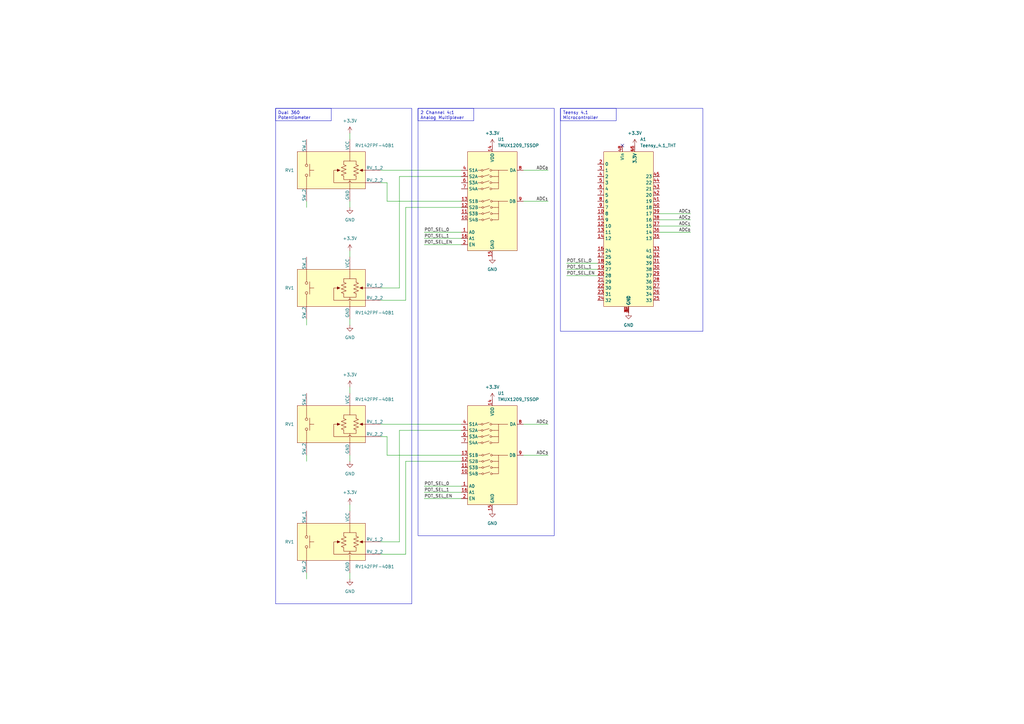
<source format=kicad_sch>
(kicad_sch (version 20230121) (generator eeschema)
  (paper "A3")
  (lib_symbols
    (symbol "MPP_Analog_Switch:TMUX1209_TSSOP"
      (property "Reference" "U" (at 2.286 24.384 0))
      (property "Value" "TMUX1209_TSSOP" (at 10.16 22.098 0))
      (symbol "TMUX1209_TSSOP_0_1"
        (circle (center -4.191 5.08) (radius 0.3592))
        (circle (center -4.191 7.62) (radius 0.3592))
        (circle (center -4.191 10.16) (radius 0.3592))
        (circle (center -4.191 12.7) (radius 0.3592))
        (circle (center -3.937 -7.62) (radius 0.3592))
        (circle (center -3.937 -5.08) (radius 0.3592))
        (circle (center -3.937 -2.54) (radius 0.3592))
        (circle (center -3.937 0) (radius 0.3592))
        (circle (center -0.635 5.08) (radius 0.3592))
        (circle (center -0.635 7.62) (radius 0.3592))
        (circle (center -0.635 10.16) (radius 0.3592))
        (circle (center -0.635 12.7) (radius 0.3592))
        (circle (center -0.381 -7.62) (radius 0.3592))
        (circle (center -0.381 -5.08) (radius 0.3592))
        (circle (center -0.381 -2.54) (radius 0.3592))
        (circle (center -0.381 0) (radius 0.3592))
        (polyline (pts (xy -5.842 5.08) (xy -4.572 5.08)))
        (polyline (pts (xy -5.842 7.62) (xy -4.572 7.62)))
        (polyline (pts (xy -5.842 10.16) (xy -4.572 10.16)))
        (polyline (pts (xy -5.842 12.7) (xy -4.572 12.7)))
        (polyline (pts (xy -5.588 -7.62) (xy -4.318 -7.62)))
        (polyline (pts (xy -5.588 -5.08) (xy -4.318 -5.08)))
        (polyline (pts (xy -5.588 -2.54) (xy -4.318 -2.54)))
        (polyline (pts (xy -5.588 0) (xy -4.318 0)))
        (polyline (pts (xy -3.81 5.08) (xy -1.27 5.842)))
        (polyline (pts (xy -3.81 7.62) (xy -1.27 8.382)))
        (polyline (pts (xy -3.81 10.16) (xy -1.27 10.922)))
        (polyline (pts (xy -3.81 12.7) (xy -1.27 13.462)))
        (polyline (pts (xy -3.556 -7.62) (xy -1.016 -6.858)))
        (polyline (pts (xy -3.556 -5.08) (xy -1.016 -4.318)))
        (polyline (pts (xy -3.556 -2.54) (xy -1.016 -1.778)))
        (polyline (pts (xy -3.556 0) (xy -1.016 0.762)))
        (polyline (pts (xy 1.016 5.08) (xy -0.254 5.08)))
        (polyline (pts (xy 1.016 7.62) (xy -0.254 7.62)))
        (polyline (pts (xy 1.016 7.62) (xy 2.54 7.62)))
        (polyline (pts (xy 1.016 10.16) (xy -0.254 10.16)))
        (polyline (pts (xy 1.016 10.16) (xy 2.54 10.16)))
        (polyline (pts (xy 1.016 12.7) (xy -0.254 12.7)))
        (polyline (pts (xy 1.27 -7.62) (xy 0 -7.62)))
        (polyline (pts (xy 1.27 -5.08) (xy 0 -5.08)))
        (polyline (pts (xy 1.27 -5.08) (xy 2.54 -5.08)))
        (polyline (pts (xy 1.27 -2.54) (xy 0 -2.54)))
        (polyline (pts (xy 1.27 -2.54) (xy 2.54 -2.54)))
        (polyline (pts (xy 1.27 0) (xy 0 0)))
        (polyline (pts (xy 6.35 0) (xy 2.413 0)))
        (polyline (pts (xy 6.35 12.7) (xy 2.413 12.7)))
        (polyline (pts (xy 1.016 12.7) (xy 2.54 12.7) (xy 2.54 5.08) (xy 1.016 5.08)))
        (polyline (pts (xy 1.27 0) (xy 2.54 0) (xy 2.54 -7.62) (xy 1.27 -7.62)))
      )
      (symbol "TMUX1209_TSSOP_1_1"
        (rectangle (start -10.16 20.32) (end 10.16 -20.32) (fill (type background)))
        (pin input line (at -12.7 -12.7 0) (length 2.54) (name "A0") (number "1"))
        (pin bidirectional line (at -12.7 -7.62 0) (length 2.54) (name "S4B") (number "10"))
        (pin bidirectional line (at -12.7 -5.08 0) (length 2.54) (name "S3B") (number "11"))
        (pin bidirectional line (at -12.7 -2.54 0) (length 2.54) (name "S2B") (number "12"))
        (pin bidirectional line (at -12.7 0 0) (length 2.54) (name "S1B") (number "13"))
        (pin power_in line (at 0 22.86 270) (length 2.54) (name "VDD") (number "14"))
        (pin power_in line (at 0 -22.86 90) (length 2.54) (name "GND") (number "15"))
        (pin input line (at -12.7 -15.24 0) (length 2.54) (name "A1") (number "16"))
        (pin input line (at -12.7 -17.78 0) (length 2.54) (name "EN") (number "2"))
        (pin bidirectional line (at -12.7 12.7 0) (length 2.54) (name "S1A") (number "4"))
        (pin bidirectional line (at -12.7 10.16 0) (length 2.54) (name "S2A") (number "5"))
        (pin bidirectional line (at -12.7 7.62 0) (length 2.54) (name "S3A") (number "6"))
        (pin bidirectional line (at -12.7 5.08 0) (length 2.54) (name "S4A") (number "7"))
        (pin bidirectional line (at 12.7 12.7 180) (length 2.54) (name "DA") (number "8"))
        (pin bidirectional line (at 12.7 0 180) (length 2.54) (name "DB") (number "9"))
      )
    )
    (symbol "MPP_Device:RV142FPF-40B1" (pin_numbers hide) (pin_names (offset 0))
      (property "Reference" "RV" (at -5.08 8.89 0))
      (property "Value" "RV142FPF-40B1" (at -15.875 0 90))
      (symbol "RV142FPF-40B1_0_1"
        (circle (center -10.16 -2.032) (radius 0.508))
        (circle (center -10.16 2.032) (radius 0.508))
        (polyline (pts (xy -10.16 -2.54) (xy -10.16 -7.62)))
        (polyline (pts (xy -10.16 2.54) (xy -10.16 7.62)))
        (polyline (pts (xy -8.89 -2.54) (xy -8.89 2.54)))
        (polyline (pts (xy -8.89 0) (xy -7.112 0)))
        (polyline (pts (xy 5.08 -2.286) (xy 5.08 -2.54)))
        (polyline (pts (xy 5.08 2.286) (xy 5.08 2.54)))
        (polyline (pts (xy 7.62 -3.81) (xy 7.62 -7.62)))
        (polyline (pts (xy 7.62 3.81) (xy 7.62 7.62)))
        (polyline (pts (xy 10.16 -2.286) (xy 10.16 -2.54)))
        (polyline (pts (xy 10.16 2.286) (xy 10.16 2.54)))
        (polyline (pts (xy 12.7 0) (xy 15.24 0)))
        (polyline (pts (xy 15.24 -5.08) (xy 8.128 -5.08)))
        (polyline (pts (xy 2.54 0) (xy 1.016 0) (xy 1.016 -5.08) (xy 7.112 -5.08)))
        (polyline (pts (xy 3.556 0) (xy 2.413 -0.508) (xy 2.413 0.508) (xy 3.556 0)) (fill (type outline)))
        (polyline (pts (xy 5.08 -2.54) (xy 5.08 -3.81) (xy 10.16 -3.81) (xy 10.16 -2.54)))
        (polyline (pts (xy 5.08 2.54) (xy 5.08 3.81) (xy 10.16 3.81) (xy 10.16 2.54)))
        (polyline (pts (xy 11.684 0) (xy 12.827 0.508) (xy 12.827 -0.508) (xy 11.684 0)) (fill (type outline)))
        (polyline (pts (xy 5.08 -0.762) (xy 6.096 -1.143) (xy 5.08 -1.524) (xy 4.064 -1.905) (xy 5.08 -2.286)))
        (polyline (pts (xy 5.08 0.762) (xy 6.096 0.381) (xy 5.08 0) (xy 4.064 -0.381) (xy 5.08 -0.762)))
        (polyline (pts (xy 5.08 2.286) (xy 6.096 1.905) (xy 5.08 1.524) (xy 4.064 1.143) (xy 5.08 0.762)))
        (polyline (pts (xy 10.16 -0.762) (xy 11.176 -1.143) (xy 10.16 -1.524) (xy 9.144 -1.905) (xy 10.16 -2.286)))
        (polyline (pts (xy 10.16 0.762) (xy 11.176 0.381) (xy 10.16 0) (xy 9.144 -0.381) (xy 10.16 -0.762)))
        (polyline (pts (xy 10.16 2.286) (xy 11.176 1.905) (xy 10.16 1.524) (xy 9.144 1.143) (xy 10.16 0.762)))
        (arc (start 7.62 -4.572) (mid 7.2608 -4.7208) (end 7.112 -5.08))
        (arc (start 8.128 -5.08) (mid 7.9792 -4.7208) (end 7.62 -4.572))
      )
      (symbol "RV142FPF-40B1_1_1"
        (rectangle (start -13.97 7.62) (end 13.97 -7.62) (fill (type background)))
        (pin passive line (at 7.62 -12.7 90) (length 5.08) (name "GND") (number "1"))
        (pin passive line (at 20.32 0 180) (length 5.08) (name "RV_1_2") (number "2"))
        (pin passive line (at 7.62 12.7 270) (length 5.08) (name "VCC") (number "3"))
        (pin passive line (at 20.32 -5.08 180) (length 5.08) (name "RV_2_2") (number "4"))
        (pin passive line (at -10.16 12.7 270) (length 5.08) (name "SW_1") (number "5"))
        (pin passive line (at -10.16 -12.7 90) (length 5.08) (name "SW_2") (number "6"))
      )
    )
    (symbol "MPP_MCU_Module:Teensy_4.1_THT"
      (property "Reference" "A" (at 5.715 32.385 0))
      (property "Value" "Teensy_4.1_THT" (at 12.065 29.845 0))
      (symbol "Teensy_4.1_THT_1_1"
        (rectangle (start -10.16 27.94) (end 10.16 -35.56) (fill (type background)))
        (pin power_out line (at 0 -38.1 90) (length 2.54) (name "GND") (number "1"))
        (pin bidirectional line (at -12.7 2.54 0) (length 2.54) (name "8") (number "10"))
        (pin bidirectional line (at -12.7 0 0) (length 2.54) (name "9") (number "11"))
        (pin bidirectional line (at -12.7 -2.54 0) (length 2.54) (name "10") (number "12"))
        (pin bidirectional line (at -12.7 -5.08 0) (length 2.54) (name "11") (number "13"))
        (pin bidirectional line (at -12.7 -7.62 0) (length 2.54) (name "12") (number "14"))
        (pin power_out line (at 2.54 30.48 270) (length 2.54) (name "3.3V") (number "15"))
        (pin bidirectional line (at -12.7 -12.7 0) (length 2.54) (name "24") (number "16"))
        (pin bidirectional line (at -12.7 -15.24 0) (length 2.54) (name "25") (number "17"))
        (pin bidirectional line (at -12.7 -17.78 0) (length 2.54) (name "26") (number "18"))
        (pin bidirectional line (at -12.7 -20.32 0) (length 2.54) (name "27") (number "19"))
        (pin bidirectional line (at -12.7 22.86 0) (length 2.54) (name "0") (number "2"))
        (pin bidirectional line (at -12.7 -22.86 0) (length 2.54) (name "28") (number "20"))
        (pin bidirectional line (at -12.7 -25.4 0) (length 2.54) (name "29") (number "21"))
        (pin bidirectional line (at -12.7 -27.94 0) (length 2.54) (name "30") (number "22"))
        (pin bidirectional line (at -12.7 -30.48 0) (length 2.54) (name "31") (number "23"))
        (pin bidirectional line (at -12.7 -33.02 0) (length 2.54) (name "32") (number "24"))
        (pin bidirectional line (at 12.7 -33.02 180) (length 2.54) (name "33") (number "25"))
        (pin bidirectional line (at 12.7 -30.48 180) (length 2.54) (name "34") (number "26"))
        (pin bidirectional line (at 12.7 -27.94 180) (length 2.54) (name "35") (number "27"))
        (pin bidirectional line (at 12.7 -25.4 180) (length 2.54) (name "36") (number "28"))
        (pin bidirectional line (at 12.7 -22.86 180) (length 2.54) (name "37") (number "29"))
        (pin bidirectional line (at -12.7 20.32 0) (length 2.54) (name "1") (number "3"))
        (pin bidirectional line (at 12.7 -20.32 180) (length 2.54) (name "38") (number "30"))
        (pin bidirectional line (at 12.7 -17.78 180) (length 2.54) (name "39") (number "31"))
        (pin bidirectional line (at 12.7 -15.24 180) (length 2.54) (name "40") (number "32"))
        (pin bidirectional line (at 12.7 -12.7 180) (length 2.54) (name "41") (number "33"))
        (pin power_out line (at 0 -38.1 90) (length 2.54) (name "GND") (number "34"))
        (pin bidirectional line (at 12.7 -7.62 180) (length 2.54) (name "13") (number "35"))
        (pin bidirectional line (at 12.7 -5.08 180) (length 2.54) (name "14") (number "36"))
        (pin bidirectional line (at 12.7 -2.54 180) (length 2.54) (name "15") (number "37"))
        (pin bidirectional line (at 12.7 0 180) (length 2.54) (name "16") (number "38"))
        (pin bidirectional line (at 12.7 2.54 180) (length 2.54) (name "17") (number "39"))
        (pin bidirectional line (at -12.7 17.78 0) (length 2.54) (name "2") (number "4"))
        (pin bidirectional line (at 12.7 5.08 180) (length 2.54) (name "18") (number "40"))
        (pin bidirectional line (at 12.7 7.62 180) (length 2.54) (name "19") (number "41"))
        (pin bidirectional line (at 12.7 10.16 180) (length 2.54) (name "20") (number "42"))
        (pin bidirectional line (at 12.7 12.7 180) (length 2.54) (name "21") (number "43"))
        (pin bidirectional line (at 12.7 15.24 180) (length 2.54) (name "22") (number "44"))
        (pin bidirectional line (at 12.7 17.78 180) (length 2.54) (name "23") (number "45"))
        (pin power_out line (at 2.54 30.48 270) (length 2.54) (name "3.3V") (number "46"))
        (pin power_out line (at 0 -38.1 90) (length 2.54) (name "GND") (number "47"))
        (pin power_out line (at -2.54 30.48 270) (length 2.54) (name "Vin") (number "48"))
        (pin bidirectional line (at -12.7 15.24 0) (length 2.54) (name "3") (number "5"))
        (pin bidirectional line (at -12.7 12.7 0) (length 2.54) (name "4") (number "6"))
        (pin bidirectional line (at -12.7 10.16 0) (length 2.54) (name "5") (number "7"))
        (pin bidirectional line (at -12.7 7.62 0) (length 2.54) (name "6") (number "8"))
        (pin bidirectional line (at -12.7 5.08 0) (length 2.54) (name "7") (number "9"))
      )
    )
    (symbol "power:+3.3V" (power) (pin_names (offset 0))
      (property "Value" "+3.3V" (at 0 3.556 0))
      (symbol "+3.3V_0_1"
        (polyline (pts (xy -0.762 1.27) (xy 0 2.54)))
        (polyline (pts (xy 0 0) (xy 0 2.54)))
        (polyline (pts (xy 0 2.54) (xy 0.762 1.27)))
      )
      (symbol "+3.3V_1_1"
        (pin power_in line (at 0 0 90) (length 0) hide (name "+3.3V") (number "1"))
      )
    )
    (symbol "power:GND" (power) (pin_names (offset 0))
      (property "Value" "GND" (at 0 -3.81 0))
      (symbol "GND_0_1"
        (polyline (pts (xy 0 0) (xy 0 -1.27) (xy 1.27 -1.27) (xy 0 -2.54) (xy -1.27 -1.27) (xy 0 -1.27)))
      )
      (symbol "GND_1_1"
        (pin power_in line (at 0 0 270) (length 0) hide (name "GND") (number "1"))
      )
    )
  )
  (no_connect (at 255.27 59.69))
  (wire (pts (xy 156.21 227.33) (xy 166.37 227.33)))
  (wire (pts (xy 166.37 189.23) (xy 189.23 189.23)))
  (wire (pts (xy 166.37 227.33) (xy 166.37 189.23)))
  (wire (pts (xy 125.73 130.81) (xy 125.73 133.35)))
  (wire (pts (xy 156.21 123.19) (xy 166.37 123.19)))
  (wire (pts (xy 158.75 186.69) (xy 158.75 179.07)))
  (wire (pts (xy 143.51 207.01) (xy 143.51 209.55)))
  (wire (pts (xy 166.37 85.09) (xy 189.23 85.09)))
  (wire (pts (xy 158.75 186.69) (xy 189.23 186.69)))
  (wire (pts (xy 173.99 201.93) (xy 189.23 201.93)))
  (wire (pts (xy 232.41 110.49) (xy 245.11 110.49)))
  (wire (pts (xy 214.63 69.85) (xy 224.79 69.85)))
  (wire (pts (xy 173.99 204.47) (xy 189.23 204.47)))
  (wire (pts (xy 143.51 186.69) (xy 143.51 189.23)))
  (wire (pts (xy 232.41 107.95) (xy 245.11 107.95)))
  (wire (pts (xy 163.83 72.39) (xy 189.23 72.39)))
  (wire (pts (xy 214.63 173.99) (xy 224.79 173.99)))
  (wire (pts (xy 125.73 234.95) (xy 125.73 237.49)))
  (wire (pts (xy 163.83 118.11) (xy 163.83 72.39)))
  (wire (pts (xy 173.99 97.79) (xy 189.23 97.79)))
  (wire (pts (xy 173.99 95.25) (xy 189.23 95.25)))
  (wire (pts (xy 270.51 90.17) (xy 283.21 90.17)))
  (wire (pts (xy 158.75 82.55) (xy 158.75 74.93)))
  (wire (pts (xy 143.51 82.55) (xy 143.51 85.09)))
  (wire (pts (xy 158.75 74.93) (xy 156.21 74.93)))
  (wire (pts (xy 156.21 69.85) (xy 189.23 69.85)))
  (wire (pts (xy 158.75 82.55) (xy 189.23 82.55)))
  (wire (pts (xy 173.99 199.39) (xy 189.23 199.39)))
  (wire (pts (xy 156.21 173.99) (xy 189.23 173.99)))
  (wire (pts (xy 163.83 222.25) (xy 163.83 176.53)))
  (wire (pts (xy 158.75 179.07) (xy 156.21 179.07)))
  (wire (pts (xy 270.51 95.25) (xy 283.21 95.25)))
  (wire (pts (xy 156.21 222.25) (xy 163.83 222.25)))
  (wire (pts (xy 143.51 158.75) (xy 143.51 161.29)))
  (wire (pts (xy 125.73 82.55) (xy 125.73 85.09)))
  (wire (pts (xy 143.51 234.95) (xy 143.51 237.49)))
  (wire (pts (xy 143.51 54.61) (xy 143.51 57.15)))
  (wire (pts (xy 166.37 123.19) (xy 166.37 85.09)))
  (wire (pts (xy 214.63 82.55) (xy 224.79 82.55)))
  (wire (pts (xy 232.41 113.03) (xy 245.11 113.03)))
  (wire (pts (xy 125.73 186.69) (xy 125.73 189.23)))
  (wire (pts (xy 143.51 130.81) (xy 143.51 133.35)))
  (wire (pts (xy 270.51 92.71) (xy 283.21 92.71)))
  (wire (pts (xy 214.63 186.69) (xy 224.79 186.69)))
  (wire (pts (xy 143.51 102.87) (xy 143.51 105.41)))
  (wire (pts (xy 173.99 100.33) (xy 189.23 100.33)))
  (wire (pts (xy 270.51 87.63) (xy 283.21 87.63)))
  (wire (pts (xy 156.21 118.11) (xy 163.83 118.11)))
  (wire (pts (xy 163.83 176.53) (xy 189.23 176.53)))
  (rectangle (start 229.87 44.45) (end 288.29 135.89))
  (rectangle (start 171.45 44.45) (end 227.33 219.71))
  (rectangle (start 113.03 44.45) (end 168.91 247.65))
  (text_box "Dual 360 Potentiometer" (at 113.03 44.45 0) (size 22.86 5.08) (effects (font (size 1.27 1.27)) (justify left top)))
  (text_box "Teensy 4.1 Microcontroller\n" (at 229.87 44.45 0) (size 22.86 5.08) (effects (font (size 1.27 1.27)) (justify left top)))
  (text_box "2 Channel 4:1 Analog Multiplexer\n" (at 171.45 44.45 0) (size 22.86 5.08) (effects (font (size 1.27 1.27)) (justify left top)))
  (label "POT_SEL_1" (at 173.99 201.93 0))
  (label "ADC_{3}" (at 283.21 87.63 180))
  (label "POT_SEL_0" (at 173.99 199.39 0))
  (label "POT_SEL_EN" (at 173.99 100.33 0))
  (label "POT_SEL_EN" (at 232.41 113.03 0))
  (label "POT_SEL_0" (at 232.41 107.95 0))
  (label "ADC_{0}" (at 283.21 95.25 180))
  (label "ADC_{1}" (at 283.21 92.71 180))
  (label "ADC_{2}" (at 224.79 173.99 180))
  (label "ADC_{1}" (at 224.79 82.55 180))
  (label "POT_SEL_0" (at 173.99 95.25 0))
  (label "ADC_{0}" (at 224.79 69.85 180))
  (label "ADC_{2}" (at 283.21 90.17 180))
  (label "POT_SEL_1" (at 173.99 97.79 0))
  (label "ADC_{3}" (at 224.79 186.69 180))
  (label "POT_SEL_1" (at 232.41 110.49 0))
  (label "POT_SEL_EN" (at 173.99 204.47 0))
  (symbol (lib_id "power:GND") (at 257.81 128.27 0) (unit 1)
    (property "Reference" "#PWR012" (effects hide))
    (property "Value" "GND" (at 257.81 133.35 0))
    (instances (project "midi-controller_control-board_teensy" (path "" (reference "#PWR012") (unit 1))) (project "midi-controller_pot-subcircuit_diagram" (path "" (reference "#PWR061") (unit 1)) (path "" (reference "#PWR05") (unit 1)) (path "" (reference "#PWR011") (unit 1)) (path "" (reference "#PWR021") (unit 1))))
  )
  (symbol (lib_id "power:+3.3V") (at 143.51 102.87 0) (unit 1)
    (property "Reference" "#PWR02" (effects hide))
    (property "Value" "+3.3V" (at 143.51 97.79 0))
    (instances (project "midi-controller_pot-board_teensy" (path "" (reference "#PWR02") (unit 1))) (project "midi-controller_pot-subcircuit_diagram" (path "" (reference "#PWR01") (unit 1)) (path "" (reference "#PWR01") (unit 1)) (path "" (reference "#PWR013") (unit 1)) (path "" (reference "#PWR017") (unit 1))))
  )
  (symbol (lib_id "power:+3.3V") (at 143.51 54.61 0) (unit 1)
    (property "Reference" "#PWR02" (effects hide))
    (property "Value" "+3.3V" (at 143.51 49.53 0))
    (instances (project "midi-controller_pot-board_teensy" (path "" (reference "#PWR02") (unit 1))) (project "midi-controller_pot-subcircuit_diagram" (path "" (reference "#PWR01") (unit 1)) (path "" (reference "#PWR01") (unit 1)) (path "" (reference "#PWR07") (unit 1)) (path "" (reference "#PWR015") (unit 1))))
  )
  (symbol (lib_id "power:+3.3V") (at 143.51 207.01 0) (unit 1)
    (property "Reference" "#PWR02" (effects hide))
    (property "Value" "+3.3V" (at 143.51 201.93 0))
    (instances (project "midi-controller_pot-board_teensy" (path "" (reference "#PWR02") (unit 1))) (project "midi-controller_pot-subcircuit_diagram" (path "" (reference "#PWR01") (unit 1)) (path "" (reference "#PWR01") (unit 1)) (path "" (reference "#PWR013") (unit 1)) (path "" (reference "#PWR025") (unit 1))))
  )
  (symbol (lib_id "power:GND") (at 143.51 189.23 0) (unit 1)
    (property "Reference" "#PWR05" (effects hide))
    (property "Value" "GND" (at 143.51 194.31 0))
    (instances (project "midi-controller_pot-board_teensy" (path "" (reference "#PWR05") (unit 1))) (project "midi-controller_pot-subcircuit_diagram" (path "" (reference "#PWR02") (unit 1)) (path "" (reference "#PWR02") (unit 1)) (path "" (reference "#PWR08") (unit 1)) (path "" (reference "#PWR024") (unit 1))))
  )
  (symbol (lib_id "power:GND") (at 143.51 85.09 0) (unit 1)
    (property "Reference" "#PWR05" (effects hide))
    (property "Value" "GND" (at 143.51 90.17 0))
    (instances (project "midi-controller_pot-board_teensy" (path "" (reference "#PWR05") (unit 1))) (project "midi-controller_pot-subcircuit_diagram" (path "" (reference "#PWR02") (unit 1)) (path "" (reference "#PWR02") (unit 1)) (path "" (reference "#PWR08") (unit 1)) (path "" (reference "#PWR016") (unit 1))))
  )
  (symbol (lib_id "MPP_Device:RV142FPF-40B1") (at 135.89 69.85 0) (unit 1)
    (property "Reference" "RV1" (at 120.65 69.85 0) (effects (justify right)))
    (property "Value" "RV142FPF-40B1" (at 153.67 59.69 0))
    (property "Footprint" "MPP_Potentiometer_THT:RV142FPF-40B1" (effects hide))
    (property "Datasheet" "http://www.taiwanalpha.com/downloads?target=products&id=93" (effects hide))
    (instances (project "midi-controller-pcb" (path "" (reference "RV1") (unit 1))) (project "midi-controller_pot-board_teensy" (path "" (reference "RV1") (unit 1))) (project "midi-controller_pot-subcircuit_diagram" (path "" (reference "RV1") (unit 1)) (path "" (reference "RV1") (unit 1)) (path "" (reference "RV2") (unit 1)) (path "" (reference "RV4") (unit 1))))
  )
  (symbol (lib_id "power:GND") (at 143.51 133.35 0) (unit 1)
    (property "Reference" "#PWR05" (effects hide))
    (property "Value" "GND" (at 143.51 138.43 0))
    (instances (project "midi-controller_pot-board_teensy" (path "" (reference "#PWR05") (unit 1))) (project "midi-controller_pot-subcircuit_diagram" (path "" (reference "#PWR02") (unit 1)) (path "" (reference "#PWR02") (unit 1)) (path "" (reference "#PWR014") (unit 1)) (path "" (reference "#PWR018") (unit 1))))
  )
  (symbol (lib_id "power:+3.3V") (at 143.51 158.75 0) (unit 1)
    (property "Reference" "#PWR02" (effects hide))
    (property "Value" "+3.3V" (at 143.51 153.67 0))
    (instances (project "midi-controller_pot-board_teensy" (path "" (reference "#PWR02") (unit 1))) (project "midi-controller_pot-subcircuit_diagram" (path "" (reference "#PWR01") (unit 1)) (path "" (reference "#PWR01") (unit 1)) (path "" (reference "#PWR07") (unit 1)) (path "" (reference "#PWR023") (unit 1))))
  )
  (symbol (lib_id "MPP_MCU_Module:Teensy_4.1_THT") (at 257.81 90.17 0) (unit 1)
    (property "Reference" "A1" (at 262.5441 57.15 0) (effects (justify left)))
    (property "Value" "Teensy_4.1_THT" (at 262.5441 59.69 0) (effects (justify left)))
    (property "Footprint" "MPP_Module:Teensy_4.1_THT" (effects hide))
    (property "Datasheet" "https://www.pjrc.com/teensy/pinout.html" (effects hide))
    (instances (project "midi-controller_control-board_teensy" (path "" (reference "A1") (unit 1))) (project "midi-controller_pot-subcircuit_diagram" (path "" (reference "A1") (unit 1)) (path "" (reference "A1") (unit 1)) (path "" (reference "A2") (unit 1)) (path "" (reference "A3") (unit 1))))
  )
  (symbol (lib_id "MPP_Analog_Switch:TMUX1209_TSSOP") (at 201.93 186.69 0) (unit 1)
    (property "Reference" "U1" (at 204.1241 161.29 0) (effects (justify left)))
    (property "Value" "TMUX1209_TSSOP" (at 204.1241 163.83 0) (effects (justify left)))
    (property "Footprint" "Package_SO:TSSOP-16_4.4x5mm_P0.65mm" (effects hide))
    (property "Datasheet" "https://www.ti.com/lit/ds/symlink/tmux1209.pdf?ts=1711160247100&ref_url=https%253A%252F%252Fwww.ti.com%252Fproduct%252FTMUX1209" (effects hide))
    (instances (project "midi-controller_pot-board_teensy" (path "" (reference "U1") (unit 1))) (project "midi-controller_pot-subcircuit_diagram" (path "" (reference "U1") (unit 1)) (path "" (reference "U1") (unit 1)) (path "" (reference "U2") (unit 1)) (path "" (reference "U4") (unit 1))))
  )
  (symbol (lib_id "power:+3.3V") (at 260.35 59.69 0) (unit 1)
    (property "Reference" "#PWR011" (effects hide))
    (property "Value" "+3.3V" (at 260.35 54.61 0))
    (instances (project "midi-controller_control-board_teensy" (path "" (reference "#PWR011") (unit 1))) (project "midi-controller_pot-subcircuit_diagram" (path "" (reference "#PWR062") (unit 1)) (path "" (reference "#PWR06") (unit 1)) (path "" (reference "#PWR012") (unit 1)) (path "" (reference "#PWR022") (unit 1))))
  )
  (symbol (lib_id "power:+3.3V") (at 201.93 163.83 0) (unit 1)
    (property "Reference" "#PWR087" (effects hide))
    (property "Value" "+3.3V" (at 201.93 158.75 0))
    (instances (project "midi-controller_pot-board_teensy" (path "" (reference "#PWR087") (unit 1))) (project "midi-controller_pot-subcircuit_diagram" (path "" (reference "#PWR07") (unit 1)) (path "" (reference "#PWR03") (unit 1)) (path "" (reference "#PWR09") (unit 1)) (path "" (reference "#PWR027") (unit 1))))
  )
  (symbol (lib_id "MPP_Device:RV142FPF-40B1") (at 135.89 118.11 0) (unit 1)
    (property "Reference" "RV1" (at 120.65 118.11 0) (effects (justify right)))
    (property "Value" "RV142FPF-40B1" (at 153.67 128.27 0))
    (property "Footprint" "MPP_Potentiometer_THT:RV142FPF-40B1" (effects hide))
    (property "Datasheet" "http://www.taiwanalpha.com/downloads?target=products&id=93" (effects hide))
    (instances (project "midi-controller-pcb" (path "" (reference "RV1") (unit 1))) (project "midi-controller_pot-board_teensy" (path "" (reference "RV1") (unit 1))) (project "midi-controller_pot-subcircuit_diagram" (path "" (reference "RV1") (unit 1)) (path "" (reference "RV1") (unit 1)) (path "" (reference "RV3") (unit 1)) (path "" (reference "RV5") (unit 1))))
  )
  (symbol (lib_id "MPP_Analog_Switch:TMUX1209_TSSOP") (at 201.93 82.55 0) (unit 1)
    (property "Reference" "U1" (at 204.1241 57.15 0) (effects (justify left)))
    (property "Value" "TMUX1209_TSSOP" (at 204.1241 59.69 0) (effects (justify left)))
    (property "Footprint" "Package_SO:TSSOP-16_4.4x5mm_P0.65mm" (effects hide))
    (property "Datasheet" "https://www.ti.com/lit/ds/symlink/tmux1209.pdf?ts=1711160247100&ref_url=https%253A%252F%252Fwww.ti.com%252Fproduct%252FTMUX1209" (effects hide))
    (instances (project "midi-controller_pot-board_teensy" (path "" (reference "U1") (unit 1))) (project "midi-controller_pot-subcircuit_diagram" (path "" (reference "U1") (unit 1)) (path "" (reference "U1") (unit 1)) (path "" (reference "U2") (unit 1)) (path "" (reference "U3") (unit 1))))
  )
  (symbol (lib_id "power:+3.3V") (at 201.93 59.69 0) (unit 1)
    (property "Reference" "#PWR087" (effects hide))
    (property "Value" "+3.3V" (at 201.93 54.61 0))
    (instances (project "midi-controller_pot-board_teensy" (path "" (reference "#PWR087") (unit 1))) (project "midi-controller_pot-subcircuit_diagram" (path "" (reference "#PWR07") (unit 1)) (path "" (reference "#PWR03") (unit 1)) (path "" (reference "#PWR09") (unit 1)) (path "" (reference "#PWR019") (unit 1))))
  )
  (symbol (lib_id "power:GND") (at 143.51 237.49 0) (unit 1)
    (property "Reference" "#PWR05" (effects hide))
    (property "Value" "GND" (at 143.51 242.57 0))
    (instances (project "midi-controller_pot-board_teensy" (path "" (reference "#PWR05") (unit 1))) (project "midi-controller_pot-subcircuit_diagram" (path "" (reference "#PWR02") (unit 1)) (path "" (reference "#PWR02") (unit 1)) (path "" (reference "#PWR014") (unit 1)) (path "" (reference "#PWR026") (unit 1))))
  )
  (symbol (lib_id "power:GND") (at 201.93 209.55 0) (unit 1)
    (property "Reference" "#PWR088" (effects hide))
    (property "Value" "GND" (at 201.93 214.63 0))
    (instances (project "midi-controller_pot-board_teensy" (path "" (reference "#PWR088") (unit 1))) (project "midi-controller_pot-subcircuit_diagram" (path "" (reference "#PWR08") (unit 1)) (path "" (reference "#PWR04") (unit 1)) (path "" (reference "#PWR010") (unit 1)) (path "" (reference "#PWR028") (unit 1))))
  )
  (symbol (lib_id "power:GND") (at 201.93 105.41 0) (unit 1)
    (property "Reference" "#PWR088" (effects hide))
    (property "Value" "GND" (at 201.93 110.49 0))
    (instances (project "midi-controller_pot-board_teensy" (path "" (reference "#PWR088") (unit 1))) (project "midi-controller_pot-subcircuit_diagram" (path "" (reference "#PWR08") (unit 1)) (path "" (reference "#PWR04") (unit 1)) (path "" (reference "#PWR010") (unit 1)) (path "" (reference "#PWR020") (unit 1))))
  )
  (symbol (lib_id "MPP_Device:RV142FPF-40B1") (at 135.89 173.99 0) (unit 1)
    (property "Reference" "RV1" (at 120.65 173.99 0) (effects (justify right)))
    (property "Value" "RV142FPF-40B1" (at 153.67 163.83 0))
    (property "Footprint" "MPP_Potentiometer_THT:RV142FPF-40B1" (effects hide))
    (property "Datasheet" "http://www.taiwanalpha.com/downloads?target=products&id=93" (effects hide))
    (instances (project "midi-controller-pcb" (path "" (reference "RV1") (unit 1))) (project "midi-controller_pot-board_teensy" (path "" (reference "RV1") (unit 1))) (project "midi-controller_pot-subcircuit_diagram" (path "" (reference "RV1") (unit 1)) (path "" (reference "RV1") (unit 1)) (path "" (reference "RV2") (unit 1)) (path "" (reference "RV6") (unit 1))))
  )
  (symbol (lib_id "MPP_Device:RV142FPF-40B1") (at 135.89 222.25 0) (unit 1)
    (property "Reference" "RV1" (at 120.65 222.25 0) (effects (justify right)))
    (property "Value" "RV142FPF-40B1" (at 153.67 232.41 0))
    (property "Footprint" "MPP_Potentiometer_THT:RV142FPF-40B1" (effects hide))
    (property "Datasheet" "http://www.taiwanalpha.com/downloads?target=products&id=93" (effects hide))
    (instances (project "midi-controller-pcb" (path "" (reference "RV1") (unit 1))) (project "midi-controller_pot-board_teensy" (path "" (reference "RV1") (unit 1))) (project "midi-controller_pot-subcircuit_diagram" (path "" (reference "RV1") (unit 1)) (path "" (reference "RV1") (unit 1)) (path "" (reference "RV3") (unit 1)) (path "" (reference "RV7") (unit 1))))
  )
)
</source>
